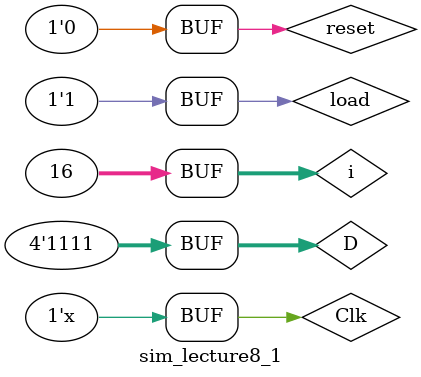
<source format=v>
`timescale 1ns / 1ps

module sim_lecture8_1;
    reg Clk;
    reg [3:0] D;
    reg reset;
    reg load;
    
    wire [3:0] Q;

    integer i;
    
    lecture8_1 ddut( .Clk(Clk), .reset(reset), .load(load), .D(D), .Q(Q));
    
    always #1 Clk = !Clk;
    
    initial
        begin
           
            // when reset = 1, regardless of the value of load, Q should be 0
            // expected behavior: D = 0 always, in both of the following blocks
            Clk = 0;
            reset = 1;
            load = 1;
            D = 0;
            for (i=0;i<16;i=i+1)
                #5 D = i;
            #10;

            // when reset and load are 0, retain past value of Q
            // expected behavior: Q stays the same
            Clk = 0;
            reset = 0;
            load = 0;
            D = 0;
            for (i=0;i<16;i=i+1)
                #5 D = i;
            #10;
            
            Clk = 0;
            reset = 1;
            load = 0;
            D = 0;
            for (i=0;i<16;i=i+1)
                #5 D = i;
            #10;
                        
            // when reset = 0 and load = 1, load the value of D into Q
            // expected behavior: old value of D becomes new value of Q
            Clk = 0;
            reset = 0;
            load = 1;
            D = 0;
            for (i=0;i<16;i=i+1)
                #5 D = i;
            #10;
            end
endmodule


</source>
